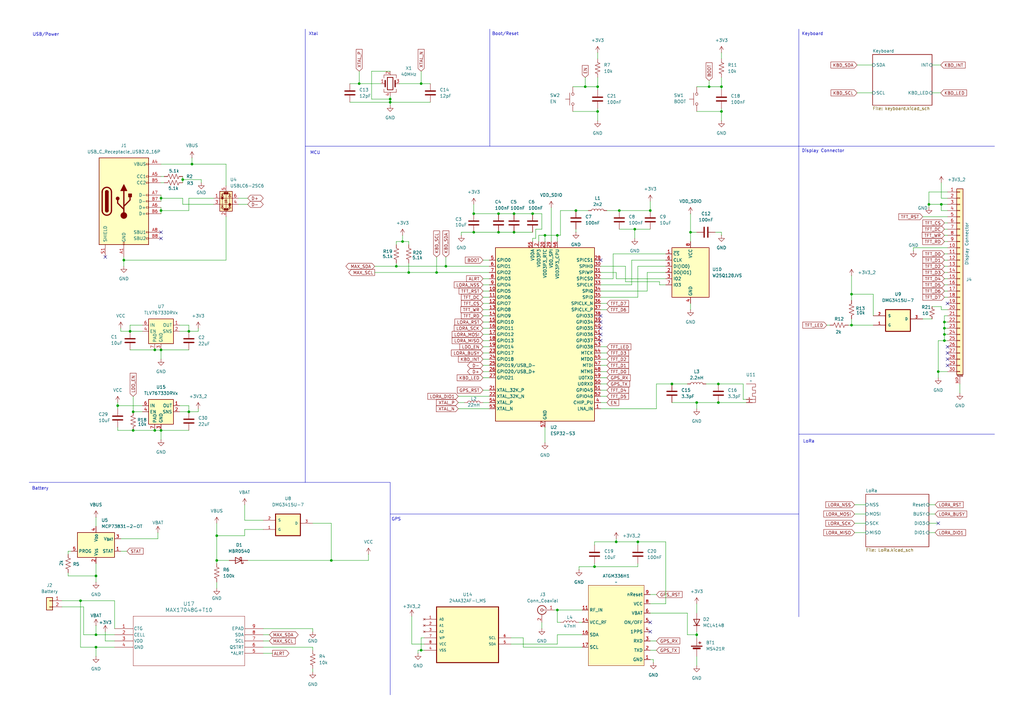
<source format=kicad_sch>
(kicad_sch (version 20231120) (generator "eeschema") (generator_version "8.0")
  (paper "A3")
  (junction (at 147.32 34.29))
  (junction (at 63.5 176.53))
  (junction (at 245.11 35.56))
  (junction (at 165.1 99.06))
  (junction (at 204.47 87.63))
  (junction (at 283.21 95.25))
  (junction (at 66.04 86.36))
  (junction (at 135.89 229.87))
  (junction (at 39.37 236.22))
  (junction (at 50.8 106.68))
  (junction (at 252.73 222.25))
  (junction (at 162.56 109.22))
  (junction (at 290.83 35.56))
  (junction (at 160.02 40.64))
  (junction (at 54.61 168.91))
  (junction (at 245.11 45.72))
  (junction (at 228.6 96.52))
  (junction (at 295.91 35.56))
  (junction (at 295.91 45.72))
  (junction (at 294.64 157.48))
  (junction (at 218.44 87.63))
  (junction (at 204.47 95.25))
  (junction (at 387.35 137.16))
  (junction (at 39.37 260.35))
  (junction (at 66.04 81.28))
  (junction (at 77.47 135.89))
  (junction (at 387.35 132.08))
  (junction (at 66.04 143.51))
  (junction (at 33.02 246.38))
  (junction (at 349.25 133.35))
  (junction (at 294.64 165.1))
  (junction (at 236.22 86.36))
  (junction (at 179.07 111.76))
  (junction (at 77.47 168.91))
  (junction (at 275.59 157.48))
  (junction (at 74.93 73.66))
  (junction (at 167.64 111.76))
  (junction (at 66.04 176.53))
  (junction (at 53.34 135.89))
  (junction (at 63.5 143.51))
  (junction (at 381 83.82))
  (junction (at 210.82 87.63))
  (junction (at 48.26 166.37))
  (junction (at 384.81 152.4))
  (junction (at 285.75 260.35))
  (junction (at 223.52 96.52))
  (junction (at 254 86.36))
  (junction (at 172.72 266.7))
  (junction (at 285.75 165.1))
  (junction (at 260.35 93.98))
  (junction (at 228.6 250.19))
  (junction (at 266.7 86.36))
  (junction (at 182.88 109.22))
  (junction (at 194.31 87.63))
  (junction (at 78.74 67.31))
  (junction (at 387.35 139.7))
  (junction (at 88.9 229.87))
  (junction (at 88.9 219.71))
  (junction (at 386.08 83.82))
  (junction (at 261.62 222.25))
  (junction (at 240.03 35.56))
  (junction (at 387.35 134.62))
  (junction (at 194.31 95.25))
  (junction (at 349.25 120.65))
  (junction (at 243.84 232.41))
  (junction (at 39.37 265.43))
  (junction (at 54.61 176.53))
  (junction (at 210.82 95.25))
  (junction (at 172.72 34.29))
  (junction (at 160.02 41.91))
  (no_connect (at 246.38 132.08))
  (no_connect (at 388.62 144.78))
  (no_connect (at 388.62 124.46))
  (no_connect (at 246.38 106.68))
  (no_connect (at 388.62 142.24))
  (no_connect (at 266.7 255.27))
  (no_connect (at 384.81 214.63))
  (no_connect (at 246.38 129.54))
  (no_connect (at 246.38 139.7))
  (no_connect (at 246.38 134.62))
  (no_connect (at 66.04 95.25))
  (no_connect (at 266.7 259.08))
  (no_connect (at 388.62 147.32))
  (no_connect (at 66.04 97.79))
  (no_connect (at 388.62 149.86))
  (no_connect (at 246.38 137.16))
  (no_connect (at 43.18 105.41))
  (wire (pts (xy 77.47 133.35) (xy 73.66 133.35)))
  (wire (pts (xy 39.37 265.43) (xy 39.37 269.24)))
  (wire (pts (xy 248.92 124.46) (xy 246.38 124.46)))
  (wire (pts (xy 273.05 114.3) (xy 252.73 114.3)))
  (wire (pts (xy 194.31 95.25) (xy 204.47 95.25)))
  (wire (pts (xy 198.12 160.02) (xy 200.66 160.02)))
  (wire (pts (xy 97.79 81.28) (xy 101.6 81.28)))
  (wire (pts (xy 223.52 96.52) (xy 223.52 99.06)))
  (wire (pts (xy 171.45 267.97) (xy 171.45 266.7)))
  (polyline (pts (xy 11.938 197.866) (xy 160.02 197.866)))
  (wire (pts (xy 229.87 86.36) (xy 236.22 86.36)))
  (wire (pts (xy 39.37 260.35) (xy 46.99 260.35)))
  (wire (pts (xy 269.24 157.48) (xy 275.59 157.48)))
  (wire (pts (xy 246.38 167.64) (xy 269.24 167.64)))
  (wire (pts (xy 77.47 168.91) (xy 81.28 168.91)))
  (wire (pts (xy 198.12 119.38) (xy 200.66 119.38)))
  (wire (pts (xy 228.6 260.35) (xy 238.76 260.35)))
  (wire (pts (xy 387.35 137.16) (xy 388.62 137.16)))
  (wire (pts (xy 386.08 83.82) (xy 388.62 83.82)))
  (wire (pts (xy 168.91 252.73) (xy 168.91 264.16)))
  (wire (pts (xy 66.04 86.36) (xy 66.04 87.63)))
  (polyline (pts (xy 160.02 210.82) (xy 160.02 284.988)))
  (wire (pts (xy 240.03 35.56) (xy 245.11 35.56)))
  (wire (pts (xy 290.83 33.02) (xy 290.83 35.56)))
  (wire (pts (xy 107.95 265.43) (xy 128.27 265.43)))
  (wire (pts (xy 39.37 236.22) (xy 39.37 238.76)))
  (wire (pts (xy 237.49 255.27) (xy 238.76 255.27)))
  (wire (pts (xy 349.25 120.65) (xy 349.25 123.19)))
  (wire (pts (xy 39.37 256.54) (xy 39.37 260.35)))
  (wire (pts (xy 218.44 87.63) (xy 222.25 87.63)))
  (wire (pts (xy 387.35 111.76) (xy 388.62 111.76)))
  (wire (pts (xy 246.38 109.22) (xy 256.54 109.22)))
  (wire (pts (xy 267.97 270.51) (xy 267.97 271.78)))
  (wire (pts (xy 387.35 119.38) (xy 388.62 119.38)))
  (wire (pts (xy 162.56 99.06) (xy 165.1 99.06)))
  (wire (pts (xy 198.12 132.08) (xy 200.66 132.08)))
  (wire (pts (xy 77.47 168.91) (xy 77.47 166.37)))
  (wire (pts (xy 82.55 74.93) (xy 82.55 73.66)))
  (wire (pts (xy 387.35 96.52) (xy 388.62 96.52)))
  (wire (pts (xy 248.92 144.78) (xy 246.38 144.78)))
  (wire (pts (xy 198.12 124.46) (xy 200.66 124.46)))
  (wire (pts (xy 27.94 226.06) (xy 27.94 227.33)))
  (wire (pts (xy 77.47 135.89) (xy 77.47 133.35)))
  (wire (pts (xy 66.04 176.53) (xy 77.47 176.53)))
  (wire (pts (xy 374.65 101.6) (xy 388.62 101.6)))
  (wire (pts (xy 285.75 260.35) (xy 281.94 260.35)))
  (wire (pts (xy 285.75 269.24) (xy 285.75 273.05)))
  (wire (pts (xy 198.12 149.86) (xy 200.66 149.86)))
  (wire (pts (xy 54.61 162.56) (xy 54.61 168.91)))
  (wire (pts (xy 198.12 129.54) (xy 200.66 129.54)))
  (wire (pts (xy 295.91 45.72) (xy 295.91 49.53)))
  (wire (pts (xy 283.21 124.46) (xy 283.21 127)))
  (wire (pts (xy 101.6 229.87) (xy 135.89 229.87)))
  (wire (pts (xy 152.4 29.21) (xy 152.4 40.64)))
  (wire (pts (xy 283.21 87.63) (xy 283.21 95.25)))
  (wire (pts (xy 78.74 64.77) (xy 78.74 67.31)))
  (wire (pts (xy 261.62 121.92) (xy 246.38 121.92)))
  (wire (pts (xy 176.53 34.29) (xy 172.72 34.29)))
  (wire (pts (xy 66.04 80.01) (xy 66.04 81.28)))
  (wire (pts (xy 162.56 109.22) (xy 182.88 109.22)))
  (wire (pts (xy 381 214.63) (xy 384.81 214.63)))
  (wire (pts (xy 153.67 109.22) (xy 162.56 109.22)))
  (wire (pts (xy 46.99 257.81) (xy 46.99 246.38)))
  (wire (pts (xy 152.4 40.64) (xy 160.02 40.64)))
  (wire (pts (xy 387.35 104.14) (xy 388.62 104.14)))
  (wire (pts (xy 388.62 129.54) (xy 387.35 129.54)))
  (wire (pts (xy 49.53 135.89) (xy 53.34 135.89)))
  (wire (pts (xy 54.61 168.91) (xy 58.42 168.91)))
  (wire (pts (xy 198.12 127) (xy 200.66 127)))
  (wire (pts (xy 147.32 29.21) (xy 147.32 34.29)))
  (wire (pts (xy 92.71 67.31) (xy 92.71 76.2)))
  (wire (pts (xy 218.44 99.06) (xy 218.44 97.79)))
  (wire (pts (xy 179.07 105.41) (xy 179.07 111.76)))
  (wire (pts (xy 386.08 125.73) (xy 386.08 127)))
  (wire (pts (xy 198.12 116.84) (xy 200.66 116.84)))
  (wire (pts (xy 143.51 34.29) (xy 147.32 34.29)))
  (wire (pts (xy 387.35 91.44) (xy 388.62 91.44)))
  (wire (pts (xy 198.12 154.94) (xy 200.66 154.94)))
  (wire (pts (xy 110.49 260.35) (xy 107.95 260.35)))
  (wire (pts (xy 198.12 114.3) (xy 200.66 114.3)))
  (wire (pts (xy 236.22 93.98) (xy 236.22 95.25)))
  (wire (pts (xy 252.73 111.76) (xy 246.38 111.76)))
  (wire (pts (xy 128.27 257.81) (xy 128.27 259.08)))
  (wire (pts (xy 273.05 111.76) (xy 265.43 111.76)))
  (wire (pts (xy 248.92 157.48) (xy 246.38 157.48)))
  (wire (pts (xy 248.92 162.56) (xy 246.38 162.56)))
  (wire (pts (xy 220.98 99.06) (xy 220.98 96.52)))
  (wire (pts (xy 387.35 129.54) (xy 387.35 132.08)))
  (wire (pts (xy 39.37 231.14) (xy 39.37 236.22)))
  (polyline (pts (xy 327.66 11.938) (xy 327.66 59.944)))
  (wire (pts (xy 295.91 21.59) (xy 295.91 24.13)))
  (wire (pts (xy 88.9 229.87) (xy 88.9 231.14)))
  (wire (pts (xy 66.04 81.28) (xy 66.04 82.55)))
  (wire (pts (xy 88.9 219.71) (xy 100.33 219.71)))
  (wire (pts (xy 27.94 226.06) (xy 29.21 226.06)))
  (polyline (pts (xy 327.66 178.054) (xy 327.66 252.984)))
  (wire (pts (xy 351.536 26.67) (xy 357.886 26.67)))
  (wire (pts (xy 387.35 114.3) (xy 388.62 114.3)))
  (wire (pts (xy 388.62 78.74) (xy 381 78.74)))
  (wire (pts (xy 218.44 87.63) (xy 210.82 87.63)))
  (wire (pts (xy 350.52 214.63) (xy 355.092 214.63)))
  (wire (pts (xy 381 210.82) (xy 383.54 210.82)))
  (wire (pts (xy 248.92 152.4) (xy 246.38 152.4)))
  (wire (pts (xy 283.21 95.25) (xy 285.75 95.25)))
  (wire (pts (xy 100.33 217.17) (xy 107.95 217.17)))
  (wire (pts (xy 243.84 232.41) (xy 261.62 232.41)))
  (wire (pts (xy 66.04 74.93) (xy 67.31 74.93)))
  (wire (pts (xy 273.05 222.25) (xy 261.62 222.25)))
  (wire (pts (xy 165.1 99.06) (xy 167.64 99.06)))
  (wire (pts (xy 43.18 259.08) (xy 43.18 262.89)))
  (wire (pts (xy 266.7 82.55) (xy 266.7 86.36)))
  (wire (pts (xy 49.53 226.06) (xy 52.07 226.06)))
  (wire (pts (xy 162.56 107.95) (xy 162.56 109.22)))
  (wire (pts (xy 160.02 29.21) (xy 152.4 29.21)))
  (wire (pts (xy 254 86.36) (xy 266.7 86.36)))
  (wire (pts (xy 151.13 227.33) (xy 151.13 229.87)))
  (wire (pts (xy 66.04 85.09) (xy 66.04 86.36)))
  (wire (pts (xy 97.79 83.82) (xy 101.6 83.82)))
  (wire (pts (xy 198.12 144.78) (xy 200.66 144.78)))
  (wire (pts (xy 248.92 160.02) (xy 246.38 160.02)))
  (wire (pts (xy 82.55 73.66) (xy 74.93 73.66)))
  (wire (pts (xy 182.88 109.22) (xy 200.66 109.22)))
  (wire (pts (xy 381 218.44) (xy 383.54 218.44)))
  (wire (pts (xy 198.12 137.16) (xy 200.66 137.16)))
  (wire (pts (xy 270.51 116.84) (xy 273.05 116.84)))
  (wire (pts (xy 386.08 83.82) (xy 386.08 86.36)))
  (polyline (pts (xy 160.02 210.82) (xy 160.02 197.866)))
  (wire (pts (xy 240.03 31.75) (xy 240.03 35.56)))
  (wire (pts (xy 265.43 119.38) (xy 246.38 119.38)))
  (wire (pts (xy 237.49 232.41) (xy 243.84 232.41)))
  (wire (pts (xy 295.91 35.56) (xy 295.91 36.83)))
  (wire (pts (xy 81.28 135.89) (xy 81.28 134.62)))
  (wire (pts (xy 223.52 175.26) (xy 223.52 181.61)))
  (wire (pts (xy 74.93 81.28) (xy 74.93 83.82)))
  (wire (pts (xy 198.12 106.68) (xy 200.66 106.68)))
  (wire (pts (xy 265.43 111.76) (xy 265.43 119.38)))
  (wire (pts (xy 73.66 135.89) (xy 77.47 135.89)))
  (wire (pts (xy 33.02 246.38) (xy 25.4 246.38)))
  (wire (pts (xy 198.12 121.92) (xy 200.66 121.92)))
  (wire (pts (xy 245.11 21.59) (xy 245.11 24.13)))
  (wire (pts (xy 358.14 120.65) (xy 358.14 129.54)))
  (polyline (pts (xy 200.914 59.944) (xy 200.914 11.938)))
  (wire (pts (xy 198.12 142.24) (xy 200.66 142.24)))
  (wire (pts (xy 243.84 232.41) (xy 243.84 231.14)))
  (wire (pts (xy 107.95 262.89) (xy 110.49 262.89)))
  (wire (pts (xy 46.99 265.43) (xy 39.37 265.43)))
  (wire (pts (xy 135.89 214.63) (xy 135.89 229.87)))
  (wire (pts (xy 39.37 212.09) (xy 39.37 215.9)))
  (polyline (pts (xy 125.222 59.944) (xy 125.222 197.866)))
  (wire (pts (xy 219.71 97.79) (xy 219.71 93.98)))
  (wire (pts (xy 350.52 218.44) (xy 355.092 218.44)))
  (wire (pts (xy 74.93 83.82) (xy 87.63 83.82)))
  (wire (pts (xy 304.8 163.83) (xy 304.8 157.48)))
  (wire (pts (xy 163.83 34.29) (xy 172.72 34.29)))
  (wire (pts (xy 222.25 93.98) (xy 222.25 87.63)))
  (wire (pts (xy 384.81 154.94) (xy 384.81 152.4)))
  (wire (pts (xy 248.92 154.94) (xy 246.38 154.94)))
  (wire (pts (xy 198.12 134.62) (xy 200.66 134.62)))
  (wire (pts (xy 374.65 102.87) (xy 374.65 101.6)))
  (wire (pts (xy 167.64 99.06) (xy 167.64 100.33)))
  (wire (pts (xy 66.04 86.36) (xy 77.47 86.36)))
  (wire (pts (xy 78.74 67.31) (xy 92.71 67.31)))
  (wire (pts (xy 66.04 143.51) (xy 66.04 147.32)))
  (wire (pts (xy 381 83.82) (xy 386.08 83.82)))
  (polyline (pts (xy 125.222 11.938) (xy 125.222 59.944)))
  (wire (pts (xy 273.05 109.22) (xy 261.62 109.22)))
  (wire (pts (xy 289.56 157.48) (xy 294.64 157.48)))
  (wire (pts (xy 66.04 67.31) (xy 78.74 67.31)))
  (wire (pts (xy 53.34 133.35) (xy 58.42 133.35)))
  (wire (pts (xy 48.26 176.53) (xy 48.26 175.26)))
  (wire (pts (xy 387.35 106.68) (xy 388.62 106.68)))
  (wire (pts (xy 261.62 222.25) (xy 261.62 223.52)))
  (wire (pts (xy 290.83 35.56) (xy 295.91 35.56)))
  (wire (pts (xy 358.14 120.65) (xy 349.25 120.65)))
  (wire (pts (xy 228.6 96.52) (xy 229.87 96.52)))
  (wire (pts (xy 388.62 81.28) (xy 386.08 81.28)))
  (wire (pts (xy 218.44 97.79) (xy 219.71 97.79)))
  (wire (pts (xy 66.04 176.53) (xy 66.04 180.34)))
  (wire (pts (xy 73.66 168.91) (xy 77.47 168.91)))
  (wire (pts (xy 273.05 247.65) (xy 273.05 222.25)))
  (wire (pts (xy 251.46 114.3) (xy 251.46 104.14)))
  (wire (pts (xy 25.4 248.92) (xy 34.29 248.92)))
  (wire (pts (xy 248.92 147.32) (xy 246.38 147.32)))
  (wire (pts (xy 387.35 121.92) (xy 388.62 121.92)))
  (polyline (pts (xy 327.66 210.82) (xy 160.02 210.82)))
  (wire (pts (xy 246.38 165.1) (xy 248.92 165.1)))
  (wire (pts (xy 285.75 165.1) (xy 294.64 165.1)))
  (wire (pts (xy 165.1 96.52) (xy 165.1 99.06)))
  (wire (pts (xy 269.24 157.48) (xy 269.24 167.64)))
  (wire (pts (xy 384.81 152.4) (xy 388.62 152.4)))
  (wire (pts (xy 66.04 143.51) (xy 77.47 143.51)))
  (polyline (pts (xy 327.66 59.944) (xy 327.66 178.054)))
  (polyline (pts (xy 327.66 178.054) (xy 407.924 178.054)))
  (wire (pts (xy 387.35 99.06) (xy 388.62 99.06)))
  (wire (pts (xy 107.95 213.36) (xy 100.33 213.36)))
  (wire (pts (xy 27.94 236.22) (xy 27.94 234.95)))
  (wire (pts (xy 111.76 267.97) (xy 107.95 267.97)))
  (wire (pts (xy 167.64 107.95) (xy 167.64 111.76)))
  (wire (pts (xy 222.25 255.27) (xy 222.25 257.81)))
  (wire (pts (xy 172.72 29.21) (xy 172.72 34.29)))
  (wire (pts (xy 378.46 88.9) (xy 388.62 88.9)))
  (wire (pts (xy 252.73 222.25) (xy 252.73 220.98)))
  (wire (pts (xy 236.22 86.36) (xy 241.3 86.36)))
  (wire (pts (xy 382.27 26.67) (xy 385.826 26.67)))
  (wire (pts (xy 167.64 111.76) (xy 179.07 111.76)))
  (wire (pts (xy 382.27 38.1) (xy 385.826 38.1)))
  (wire (pts (xy 107.95 257.81) (xy 128.27 257.81)))
  (wire (pts (xy 387.35 134.62) (xy 388.62 134.62)))
  (wire (pts (xy 223.52 96.52) (xy 228.6 96.52)))
  (wire (pts (xy 160.02 41.91) (xy 176.53 41.91)))
  (wire (pts (xy 179.07 111.76) (xy 200.66 111.76)))
  (wire (pts (xy 252.73 114.3) (xy 252.73 111.76)))
  (wire (pts (xy 381 83.82) (xy 381 85.09)))
  (wire (pts (xy 245.11 35.56) (xy 245.11 36.83)))
  (wire (pts (xy 153.67 111.76) (xy 167.64 111.76)))
  (wire (pts (xy 386.08 81.28) (xy 386.08 74.93)))
  (wire (pts (xy 270.51 115.57) (xy 270.51 116.84)))
  (wire (pts (xy 252.73 222.25) (xy 261.62 222.25)))
  (wire (pts (xy 171.45 266.7) (xy 172.72 266.7)))
  (wire (pts (xy 187.96 162.56) (xy 200.66 162.56)))
  (wire (pts (xy 350.52 207.01) (xy 355.092 207.01)))
  (wire (pts (xy 261.62 232.41) (xy 261.62 231.14)))
  (wire (pts (xy 53.34 135.89) (xy 58.42 135.89)))
  (wire (pts (xy 259.08 116.84) (xy 246.38 116.84)))
  (wire (pts (xy 281.94 251.46) (xy 266.7 251.46)))
  (wire (pts (xy 34.29 260.35) (xy 39.37 260.35)))
  (wire (pts (xy 387.35 93.98) (xy 388.62 93.98)))
  (wire (pts (xy 285.75 260.35) (xy 285.75 261.62)))
  (wire (pts (xy 198.12 165.1) (xy 200.66 165.1)))
  (wire (pts (xy 248.92 149.86) (xy 246.38 149.86)))
  (wire (pts (xy 49.53 134.62) (xy 49.53 135.89)))
  (wire (pts (xy 43.18 262.89) (xy 46.99 262.89)))
  (wire (pts (xy 210.82 95.25) (xy 218.44 95.25)))
  (wire (pts (xy 387.35 132.08) (xy 387.35 134.62)))
  (polyline (pts (xy 327.66 59.944) (xy 200.914 59.944)))
  (wire (pts (xy 160.02 41.91) (xy 160.02 43.18)))
  (wire (pts (xy 254 93.98) (xy 260.35 93.98)))
  (wire (pts (xy 53.34 135.89) (xy 53.34 133.35)))
  (wire (pts (xy 162.56 99.06) (xy 162.56 100.33)))
  (wire (pts (xy 349.25 113.03) (xy 349.25 120.65)))
  (wire (pts (xy 382.27 130.81) (xy 378.46 130.81)))
  (wire (pts (xy 261.62 109.22) (xy 261.62 121.92)))
  (wire (pts (xy 246.38 142.24) (xy 248.92 142.24)))
  (wire (pts (xy 88.9 214.63) (xy 88.9 219.71)))
  (wire (pts (xy 214.63 261.62) (xy 209.55 261.62)))
  (wire (pts (xy 88.9 229.87) (xy 93.98 229.87)))
  (wire (pts (xy 66.04 72.39) (xy 67.31 72.39)))
  (wire (pts (xy 198.12 147.32) (xy 200.66 147.32)))
  (wire (pts (xy 210.82 87.63) (xy 204.47 87.63)))
  (wire (pts (xy 48.26 176.53) (xy 54.61 176.53)))
  (wire (pts (xy 54.61 176.53) (xy 63.5 176.53)))
  (wire (pts (xy 74.93 72.39) (xy 74.93 73.66)))
  (wire (pts (xy 92.71 88.9) (xy 92.71 106.68)))
  (wire (pts (xy 48.26 167.64) (xy 48.26 166.37)))
  (wire (pts (xy 388.62 132.08) (xy 387.35 132.08)))
  (wire (pts (xy 295.91 95.25) (xy 295.91 96.52)))
  (wire (pts (xy 128.27 214.63) (xy 135.89 214.63)))
  (wire (pts (xy 147.32 34.29) (xy 156.21 34.29)))
  (wire (pts (xy 77.47 81.28) (xy 77.47 86.36)))
  (wire (pts (xy 214.63 265.43) (xy 214.63 261.62)))
  (wire (pts (xy 349.25 130.81) (xy 349.25 133.35)))
  (wire (pts (xy 228.6 96.52) (xy 228.6 99.06)))
  (wire (pts (xy 128.27 274.32) (xy 128.27 275.59)))
  (wire (pts (xy 266.7 266.7) (xy 269.24 266.7)))
  (wire (pts (xy 281.94 260.35) (xy 281.94 251.46)))
  (wire (pts (xy 382.27 125.73) (xy 386.08 125.73)))
  (wire (pts (xy 260.35 93.98) (xy 266.7 93.98)))
  (wire (pts (xy 266.7 262.89) (xy 269.24 262.89)))
  (wire (pts (xy 187.96 167.64) (xy 200.66 167.64)))
  (wire (pts (xy 227.33 250.19) (xy 228.6 250.19)))
  (wire (pts (xy 275.59 157.48) (xy 281.94 157.48)))
  (wire (pts (xy 63.5 143.51) (xy 66.04 143.51)))
  (wire (pts (xy 172.72 261.62) (xy 173.99 261.62)))
  (wire (pts (xy 251.46 104.14) (xy 273.05 104.14)))
  (wire (pts (xy 238.76 265.43) (xy 214.63 265.43)))
  (wire (pts (xy 293.37 95.25) (xy 295.91 95.25)))
  (wire (pts (xy 33.02 265.43) (xy 33.02 246.38)))
  (wire (pts (xy 256.54 115.57) (xy 270.51 115.57)))
  (wire (pts (xy 387.35 134.62) (xy 387.35 137.16)))
  (wire (pts (xy 81.28 168.91) (xy 81.28 167.64)))
  (wire (pts (xy 283.21 95.25) (xy 283.21 99.06)))
  (wire (pts (xy 285.75 247.65) (xy 285.75 251.46)))
  (wire (pts (xy 251.46 114.3) (xy 246.38 114.3)))
  (wire (pts (xy 285.75 259.08) (xy 285.75 260.35)))
  (wire (pts (xy 220.98 96.52) (xy 223.52 96.52)))
  (wire (pts (xy 172.72 266.7) (xy 173.99 266.7)))
  (wire (pts (xy 386.08 127) (xy 388.62 127)))
  (wire (pts (xy 187.96 165.1) (xy 190.5 165.1)))
  (wire (pts (xy 27.94 236.22) (xy 39.37 236.22)))
  (wire (pts (xy 228.6 250.19) (xy 228.6 255.27)))
  (wire (pts (xy 256.54 109.22) (xy 256.54 115.57)))
  (wire (pts (xy 243.84 222.25) (xy 243.84 223.52)))
  (wire (pts (xy 384.81 139.7) (xy 387.35 139.7)))
  (wire (pts (xy 229.87 96.52) (xy 229.87 86.36)))
  (wire (pts (xy 53.34 143.51) (xy 63.5 143.51)))
  (wire (pts (xy 143.51 41.91) (xy 160.02 41.91)))
  (wire (pts (xy 168.91 264.16) (xy 173.99 264.16)))
  (wire (pts (xy 285.75 45.72) (xy 295.91 45.72)))
  (wire (pts (xy 172.72 266.7) (xy 172.72 261.62)))
  (wire (pts (xy 50.8 106.68) (xy 50.8 105.41)))
  (wire (pts (xy 92.71 106.68) (xy 50.8 106.68)))
  (wire (pts (xy 248.92 86.36) (xy 254 86.36)))
  (wire (pts (xy 259.08 106.68) (xy 259.08 116.84)))
  (wire (pts (xy 160.02 40.64) (xy 160.02 41.91)))
  (wire (pts (xy 194.31 87.63) (xy 204.47 87.63)))
  (polyline (pts (xy 200.914 59.944) (xy 125.222 59.944)))
  (wire (pts (xy 381 207.01) (xy 383.54 207.01)))
  (wire (pts (xy 260.35 93.98) (xy 260.35 97.79)))
  (wire (pts (xy 245.11 45.72) (xy 245.11 49.53)))
  (wire (pts (xy 266.7 247.65) (xy 273.05 247.65)))
  (wire (pts (xy 228.6 250.19) (xy 238.76 250.19)))
  (wire (pts (xy 350.52 210.82) (xy 355.092 210.82)))
  (wire (pts (xy 381 78.74) (xy 381 83.82)))
  (wire (pts (xy 228.6 255.27) (xy 229.87 255.27)))
  (wire (pts (xy 77.47 81.28) (xy 87.63 81.28)))
  (wire (pts (xy 234.95 35.56) (xy 240.03 35.56)))
  (wire (pts (xy 393.7 157.48) (xy 393.7 161.29)))
  (wire (pts (xy 74.93 73.66) (xy 74.93 74.93)))
  (wire (pts (xy 48.26 165.1) (xy 48.26 166.37)))
  (wire (pts (xy 245.11 31.75) (xy 245.11 35.56)))
  (wire (pts (xy 245.11 45.72) (xy 245.11 44.45)))
  (wire (pts (xy 189.23 96.52) (xy 189.23 95.25)))
  (wire (pts (xy 237.49 232.41) (xy 237.49 233.68)))
  (polyline (pts (xy 407.924 59.944) (xy 327.66 59.944)))
  (wire (pts (xy 46.99 246.38) (xy 33.02 246.38)))
  (wire (pts (xy 204.47 95.25) (xy 210.82 95.25)))
  (wire (pts (xy 194.31 83.82) (xy 194.31 87.63)))
  (wire (pts (xy 100.33 213.36) (xy 100.33 207.01)))
  (wire (pts (xy 304.8 157.48) (xy 294.64 157.48)))
  (wire (pts (xy 266.7 270.51) (xy 267.97 270.51)))
  (wire (pts (xy 285.75 35.56) (xy 290.83 35.56)))
  (wire (pts (xy 306.07 163.83) (xy 304.8 163.83)))
  (wire (pts (xy 384.81 152.4) (xy 384.81 139.7)))
  (wire (pts (xy 50.8 106.68) (xy 50.8 109.22)))
  (wire (pts (xy 386.08 86.36) (xy 388.62 86.36)))
  (wire (pts (xy 248.92 127) (xy 246.38 127)))
  (wire (pts (xy 295.91 31.75) (xy 295.91 35.56)))
  (wire (pts (xy 48.26 166.37) (xy 58.42 166.37)))
  (wire (pts (xy 100.33 219.71) (xy 100.33 217.17)))
  (wire (pts (xy 234.95 45.72) (xy 245.11 45.72)))
  (wire (pts (xy 160.02 39.37) (xy 160.02 40.64)))
  (wire (pts (xy 66.04 81.28) (xy 74.93 81.28)))
  (wire (pts (xy 294.64 165.1) (xy 306.07 165.1)))
  (wire (pts (xy 77.47 135.89) (xy 81.28 135.89)))
  (wire (pts (xy 189.23 95.25) (xy 194.31 95.25)))
  (wire (pts (xy 285.75 165.1) (xy 275.59 165.1)))
  (wire (pts (xy 387.35 109.22) (xy 388.62 109.22)))
  (wire (pts (xy 88.9 238.76) (xy 88.9 241.3)))
  (wire (pts (xy 273.05 106.68) (xy 259.08 106.68)))
  (wire (pts (xy 135.89 229.87) (xy 151.13 229.87)))
  (wire (pts (xy 266.7 243.84) (xy 269.24 243.84)))
  (wire (pts (xy 64.77 220.98) (xy 64.77 218.44)))
  (wire (pts (xy 295.91 45.72) (xy 295.91 44.45)))
  (wire (pts (xy 252.73 222.25) (xy 243.84 222.25)))
  (wire (pts (xy 339.09 133.35) (xy 340.36 133.35)))
  (wire (pts (xy 198.12 152.4) (xy 200.66 152.4)))
  (wire (pts (xy 198.12 139.7) (xy 200.66 139.7)))
  (wire (pts (xy 349.25 133.35) (xy 347.98 133.35)))
  (wire (pts (xy 219.71 93.98) (xy 222.25 93.98)))
  (wire (pts (xy 39.37 265.43) (xy 33.02 265.43)))
  (wire (pts (xy 77.47 166.37) (xy 73.66 166.37)))
  (wire (pts (xy 209.55 264.16) (xy 228.6 264.16)))
  (wire (pts (xy 387.35 137.16) (xy 387.35 139.7)))
  (wire (pts (xy 285.75 167.64) (xy 285.75 165.1)))
  (wire (pts (xy 349.25 133.35) (xy 358.14 133.35)))
  (wire (pts (xy 387.35 139.7) (xy 388.62 139.7)))
  (wire (pts (xy 34.29 248.92) (xy 34.29 260.35)))
  (wire (pts (xy 226.06 85.09) (xy 226.06 99.06)))
  (wire (pts (xy 182.88 105.41) (xy 182.88 109.22)))
  (wire (pts (xy 88.9 219.71) (xy 88.9 229.87)))
  (wire (pts (xy 228.6 264.16) (xy 228.6 260.35)))
  (wire (pts (xy 128.27 265.43) (xy 128.27 266.7)))
  (wire (pts (xy 49.53 220.98) (xy 64.77 220.98)))
  (wire (pts (xy 387.35 116.84) (xy 388.62 116.84)))
  (wire (pts (xy 351.536 38.1) (xy 357.886 38.1)))
  (wire (pts (xy 63.5 176.53) (xy 66.04 176.53)))
  (text "Display Connector" (at 337.566 61.976 0) (effects (font (size 1.27 1.27))))
  (text "MCU" (at 129.286 62.738 0) (effects (font (size 1.27 1.27))))
  (text "USB/Power" (at 18.796 14.224 0) (effects (font (size 1.27 1.27))))
  (text "LoRa\n" (at 331.724 181.102 0) (effects (font (size 1.27 1.27))))
  (text "Battery" (at 16.51 200.406 0) (effects (font (size 1.27 1.27))))
  (text "Xtal" (at 128.524 13.97 0) (effects (font (size 1.27 1.27))))
  (text "Boot/Reset" (at 207.264 13.97 0) (effects (font (size 1.27 1.27))))
  (text "GPS" (at 162.4963 213.045 0) (effects (font (size 1.27 1.27))))
  (text "Keyboard" (at 333.248 13.97 0) (effects (font (size 1.27 1.27))))
  (global_label "TFT_D0" (shape input) (at 387.35 104.14 180) (property "Intersheetrefs" "${INTERSHEET_REFS}" (effects (hide yes))))
  (global_label "TFT_LED" (shape input) (at 339.09 133.35 180) (property "Intersheetrefs" "${INTERSHEET_REFS}" (effects (hide yes))))
  (global_label "LORA_BUSY" (shape input) (at 198.12 144.78 180) (property "Intersheetrefs" "${INTERSHEET_REFS}" (effects (hide yes))))
  (global_label "LORA_NSS" (shape input) (at 198.12 116.84 180) (property "Intersheetrefs" "${INTERSHEET_REFS}" (effects (hide yes))))
  (global_label "BOOT" (shape input) (at 198.12 106.68 180) (property "Intersheetrefs" "${INTERSHEET_REFS}" (effects (hide yes))))
  (global_label "TFT_WR" (shape input) (at 198.12 127 180) (property "Intersheetrefs" "${INTERSHEET_REFS}" (effects (hide yes))))
  (global_label "TFT_D5" (shape input) (at 248.92 162.56 0) (property "Intersheetrefs" "${INTERSHEET_REFS}" (effects (hide yes))))
  (global_label "LORA_DIO1" (shape input) (at 383.54 218.44 0) (property "Intersheetrefs" "${INTERSHEET_REFS}" (effects (hide yes))))
  (global_label "XTAL_P" (shape input) (at 187.96 165.1 180) (property "Intersheetrefs" "${INTERSHEET_REFS}" (effects (hide yes))))
  (global_label "TFT_CS" (shape input) (at 198.12 124.46 180) (property "Intersheetrefs" "${INTERSHEET_REFS}" (effects (hide yes))))
  (global_label "KBD_SDA" (shape input) (at 182.88 105.41 90) (property "Intersheetrefs" "${INTERSHEET_REFS}" (effects (hide yes))))
  (global_label "ALRT" (shape input) (at 198.12 114.3 180) (property "Intersheetrefs" "${INTERSHEET_REFS}" (effects (hide yes))))
  (global_label "TFT_D3" (shape input) (at 248.92 144.78 0) (property "Intersheetrefs" "${INTERSHEET_REFS}" (effects (hide yes))))
  (global_label "TFT_D3" (shape input) (at 387.35 111.76 180) (property "Intersheetrefs" "${INTERSHEET_REFS}" (effects (hide yes))))
  (global_label "TFT_D4" (shape input) (at 387.35 114.3 180) (property "Intersheetrefs" "${INTERSHEET_REFS}" (effects (hide yes))))
  (global_label "TFT_D1" (shape input) (at 387.35 106.68 180) (property "Intersheetrefs" "${INTERSHEET_REFS}" (effects (hide yes))))
  (global_label "MAX_SCL" (shape input) (at 110.49 262.89 0) (property "Intersheetrefs" "${INTERSHEET_REFS}" (effects (hide yes))))
  (global_label "LORA_MOSI" (shape input) (at 350.52 210.82 180) (property "Intersheetrefs" "${INTERSHEET_REFS}" (effects (hide yes))))
  (global_label "EN" (shape input) (at 240.03 31.75 90) (property "Intersheetrefs" "${INTERSHEET_REFS}" (effects (hide yes))))
  (global_label "XTAL_P" (shape input) (at 147.32 29.21 90) (property "Intersheetrefs" "${INTERSHEET_REFS}" (effects (hide yes))))
  (global_label "KBD_SCL" (shape input) (at 351.536 38.1 180) (property "Intersheetrefs" "${INTERSHEET_REFS}" (effects (hide yes))))
  (global_label "GPS_TX" (shape input) (at 269.24 266.7 0) (property "Intersheetrefs" "${INTERSHEET_REFS}" (effects (hide yes))))
  (global_label "TFT_D0" (shape input) (at 248.92 152.4 0) (property "Intersheetrefs" "${INTERSHEET_REFS}" (effects (hide yes))))
  (global_label "KBD_SCL" (shape input) (at 179.07 105.41 90) (property "Intersheetrefs" "${INTERSHEET_REFS}" (effects (hide yes))))
  (global_label "TFT_RD" (shape input) (at 387.35 99.06 180) (property "Intersheetrefs" "${INTERSHEET_REFS}" (effects (hide yes))))
  (global_label "TFT_D5" (shape input) (at 387.35 116.84 180) (property "Intersheetrefs" "${INTERSHEET_REFS}" (effects (hide yes))))
  (global_label "GPS_RX" (shape input) (at 269.24 262.89 0) (property "Intersheetrefs" "${INTERSHEET_REFS}" (effects (hide yes))))
  (global_label "D+" (shape bidirectional) (at 198.12 152.4 180) (property "Intersheetrefs" "${INTERSHEET_REFS}" (effects (hide yes))))
  (global_label "LDO_EN" (shape input) (at 198.12 142.24 180) (property "Intersheetrefs" "${INTERSHEET_REFS}" (effects (hide yes))))
  (global_label "TFT_D6" (shape input) (at 387.35 119.38 180) (property "Intersheetrefs" "${INTERSHEET_REFS}" (effects (hide yes))))
  (global_label "LORA_RST" (shape input) (at 383.54 207.01 0) (property "Intersheetrefs" "${INTERSHEET_REFS}" (effects (hide yes))))
  (global_label "EN" (shape input) (at 248.92 165.1 0) (property "Intersheetrefs" "${INTERSHEET_REFS}" (effects (hide yes))))
  (global_label "TFT_D4" (shape input) (at 248.92 160.02 0) (property "Intersheetrefs" "${INTERSHEET_REFS}" (effects (hide yes))))
  (global_label "LORA_BUSY" (shape input) (at 383.54 210.82 0) (property "Intersheetrefs" "${INTERSHEET_REFS}" (effects (hide yes))))
  (global_label "TFT_RST" (shape input) (at 198.12 119.38 180) (property "Intersheetrefs" "${INTERSHEET_REFS}" (effects (hide yes))))
  (global_label "KBD_INT" (shape input) (at 385.826 26.67 0) (property "Intersheetrefs" "${INTERSHEET_REFS}" (effects (hide yes))))
  (global_label "GPS_RST" (shape input) (at 198.12 160.02 180) (property "Intersheetrefs" "${INTERSHEET_REFS}" (effects (hide yes))))
  (global_label "D-" (shape bidirectional) (at 101.6 83.82 0) (property "Intersheetrefs" "${INTERSHEET_REFS}" (effects (hide yes))))
  (global_label "TFT_D6" (shape input) (at 248.92 127 0) (property "Intersheetrefs" "${INTERSHEET_REFS}" (effects (hide yes))))
  (global_label "KBD_INT" (shape input) (at 198.12 147.32 180) (property "Intersheetrefs" "${INTERSHEET_REFS}" (effects (hide yes))))
  (global_label "TFT_D1" (shape input) (at 248.92 149.86 0) (property "Intersheetrefs" "${INTERSHEET_REFS}" (effects (hide yes))))
  (global_label "XTAL_N" (shape input) (at 172.72 29.21 90) (property "Intersheetrefs" "${INTERSHEET_REFS}" (effects (hide yes))))
  (global_label "LORA_MISO" (shape input) (at 350.52 218.44 180) (property "Intersheetrefs" "${INTERSHEET_REFS}" (effects (hide yes))))
  (global_label "TFT_LED" (shape input) (at 248.92 142.24 0) (property "Intersheetrefs" "${INTERSHEET_REFS}" (effects (hide yes))))
  (global_label "LORA_SCK" (shape input) (at 350.52 214.63 180) (property "Intersheetrefs" "${INTERSHEET_REFS}" (effects (hide yes))))
  (global_label "MAX_SDA" (shape bidirectional) (at 110.49 260.35 0) (property "Intersheetrefs" "${INTERSHEET_REFS}" (effects (hide yes))))
  (global_label "TFT_D2" (shape input) (at 387.35 109.22 180) (property "Intersheetrefs" "${INTERSHEET_REFS}" (effects (hide yes))))
  (global_label "TFT_D2" (shape input) (at 248.92 147.32 0) (property "Intersheetrefs" "${INTERSHEET_REFS}" (effects (hide yes))))
  (global_label "TFT_RD" (shape input) (at 198.12 129.54 180) (property "Intersheetrefs" "${INTERSHEET_REFS}" (effects (hide yes))))
  (global_label "KBD_LED" (shape input) (at 198.12 154.94 180) (property "Intersheetrefs" "${INTERSHEET_REFS}" (effects (hide yes))))
  (global_label "LORA_SCK" (shape input) (at 198.12 134.62 180) (property "Intersheetrefs" "${INTERSHEET_REFS}" (effects (hide yes))))
  (global_label "KBD_LED" (shape input) (at 385.826 38.1 0) (property "Intersheetrefs" "${INTERSHEET_REFS}" (effects (hide yes))))
  (global_label "TFT_DC" (shape input) (at 387.35 93.98 180) (property "Intersheetrefs" "${INTERSHEET_REFS}" (effects (hide yes))))
  (global_label "LORA_MOSI" (shape input) (at 198.12 137.16 180) (property "Intersheetrefs" "${INTERSHEET_REFS}" (effects (hide yes))))
  (global_label "KBD_SDA" (shape input) (at 351.536 26.67 180) (property "Intersheetrefs" "${INTERSHEET_REFS}" (effects (hide yes))))
  (global_label "TFT_DC" (shape input) (at 198.12 121.92 180) (property "Intersheetrefs" "${INTERSHEET_REFS}" (effects (hide yes))))
  (global_label "D+" (shape bidirectional) (at 101.6 81.28 0) (property "Intersheetrefs" "${INTERSHEET_REFS}" (effects (hide yes))))
  (global_label "LORA_DIO1" (shape input) (at 187.96 162.56 180) (property "Intersheetrefs" "${INTERSHEET_REFS}" (effects (hide yes))))
  (global_label "TFT_D7" (shape input) (at 248.92 124.46 0) (property "Intersheetrefs" "${INTERSHEET_REFS}" (effects (hide yes))))
  (global_label "STAT" (shape input) (at 52.07 226.06 0) (property "Intersheetrefs" "${INTERSHEET_REFS}" (effects (hide yes))))
  (global_label "MAX_SCL" (shape output) (at 153.67 111.76 180) (property "Intersheetrefs" "${INTERSHEET_REFS}" (effects (hide yes))))
  (global_label "TFT_RST" (shape input) (at 378.46 88.9 180) (property "Intersheetrefs" "${INTERSHEET_REFS}" (effects (hide yes))))
  (global_label "ALRT" (shape output) (at 111.76 267.97 0) (property "Intersheetrefs" "${INTERSHEET_REFS}" (effects (hide yes))))
  (global_label "TFT_CS" (shape input) (at 387.35 91.44 180) (property "Intersheetrefs" "${INTERSHEET_REFS}" (effects (hide yes))))
  (global_label "LORA_RST" (shape input) (at 198.12 132.08 180) (property "Intersheetrefs" "${INTERSHEET_REFS}" (effects (hide yes))))
  (global_label "D-" (shape bidirectional) (at 198.12 149.86 180) (property "Intersheetrefs" "${INTERSHEET_REFS}" (effects (hide yes))))
  (global_label "XTAL_N" (shape input) (at 187.96 167.64 180) (property "Intersheetrefs" "${INTERSHEET_REFS}" (effects (hide yes))))
  (global_label "TFT_WR" (shape input) (at 387.35 96.52 180) (property "Intersheetrefs" "${INTERSHEET_REFS}" (effects (hide yes))))
  (global_label "GPS_RST" (shape input) (at 269.24 243.84 0) (property "Intersheetrefs" "${INTERSHEET_REFS}" (effects (hide yes))))
  (global_label "LORA_NSS" (shape input) (at 350.52 207.01 180) (property "Intersheetrefs" "${INTERSHEET_REFS}" (effects (hide yes))))
  (global_label "LDO_EN" (shape input) (at 54.61 162.56 90) (property "Intersheetrefs" "${INTERSHEET_REFS}" (effects (hide yes))))
  (global_label "BOOT" (shape input) (at 290.83 33.02 90) (property "Intersheetrefs" "${INTERSHEET_REFS}" (effects (hide yes))))
  (global_label "MAX_SDA" (shape bidirectional) (at 153.67 109.22 180) (property "Intersheetrefs" "${INTERSHEET_REFS}" (effects (hide yes))))
  (global_label "GPS_RX" (shape input) (at 248.92 154.94 0) (property "Intersheetrefs" "${INTERSHEET_REFS}" (effects (hide yes))))
  (global_label "LORA_MISO" (shape input) (at 198.12 139.7 180) (property "Intersheetrefs" "${INTERSHEET_REFS}" (effects (hide yes))))
  (global_label "TFT_D7" (shape input) (at 387.35 121.92 180) (property "Intersheetrefs" "${INTERSHEET_REFS}" (effects (hide yes))))
  (global_label "GPS_TX" (shape input) (at 248.92 157.48 0) (property "Intersheetrefs" "${INTERSHEET_REFS}" (effects (hide yes))))
  (symbol (lib_id "Device:L") (at 245.11 86.36 90) (unit 1)
    (property "Reference" "L1" (at 245.11 81.28 90))
    (property "Value" "2n2" (at 245.11 83.82 90))
    (property "Footprint" "Inductor_SMD:L_0402_1005Metric" (effects (hide yes)))
    (property "Description" "Inductor" (effects (hide yes)))
  )
  (symbol (lib_id "power:+3V3") (at 285.75 247.65 0) (unit 1)
    (property "Reference" "#PWR058" (effects (hide yes)))
    (property "Value" "+3V3" (at 285.75 242.57 0))
    (property "Description" "Power symbol creates a global label with name \"+3V3\"" (effects (hide yes)))
  )
  (symbol (lib_id "Device:R_US") (at 88.9 234.95 0) (unit 1)
    (property "Reference" "R6" (at 91.44 233.6799 0) (effects (justify left)))
    (property "Value" "100k" (at 91.44 236.2199 0) (effects (justify left)))
    (property "Footprint" "Resistor_SMD:R_0603_1608Metric" (effects (hide yes)))
    (property "Description" "Resistor, US symbol" (effects (hide yes)))
  )
  (symbol (lib_id "Device:C") (at 176.53 38.1 0) (unit 1)
    (property "Reference" "C14" (at 180.34 36.8299 0) (effects (justify left)))
    (property "Value" "12pF" (at 180.34 39.3699 0) (effects (justify left)))
    (property "Footprint" "Capacitor_SMD:C_0603_1608Metric" (effects (hide yes)))
    (property "Description" "Unpolarized capacitor" (effects (hide yes)))
  )
  (symbol (lib_id "power:+3V3") (at 295.91 21.59 0) (unit 1)
    (property "Reference" "#PWR046" (effects (hide yes)))
    (property "Value" "+3V3" (at 295.91 16.51 0))
    (property "Description" "Power symbol creates a global label with name \"+3V3\"" (effects (hide yes)))
  )
  (symbol (lib_id "Connector:Conn_Coaxial") (at 222.25 250.19 0) (mirror y) (unit 1)
    (property "Reference" "J3" (at 222.5674 243.84 0))
    (property "Value" "Conn_Coaxial" (at 222.5674 246.38 0))
    (property "Footprint" "Connector_Coaxial:U.FL_Molex_MCRF_73412-0110_Vertical" (effects (hide yes)))
    (property "Datasheet" " ~" (effects (hide yes)))
    (property "Description" "coaxial connector (BNC, SMA, SMB, SMC, Cinch/RCA, LEMO, ...)" (effects (hide yes)))
  )
  (symbol (lib_id "power:GND") (at 128.27 259.08 0) (unit 1)
    (property "Reference" "#PWR071" (effects (hide yes)))
    (property "Value" "GND" (at 128.27 262.89 0))
    (property "Description" "Power symbol creates a global label with name \"GND\" , ground" (effects (hide yes)))
  )
  (symbol (lib_id "power:VBUS") (at 39.37 212.09 0) (unit 1)
    (property "Reference" "#PWR09" (effects (hide yes)))
    (property "Value" "VBUS" (at 39.37 207.01 0))
    (property "Description" "Power symbol creates a global label with name \"VBUS\"" (effects (hide yes)))
  )
  (symbol (lib_id "power:GND") (at 295.91 49.53 0) (unit 1)
    (property "Reference" "#PWR047" (effects (hide yes)))
    (property "Value" "GND" (at 295.91 54.61 0))
    (property "Description" "Power symbol creates a global label with name \"GND\" , ground" (effects (hide yes)))
  )
  (symbol (lib_id "Device:C") (at 294.64 161.29 0) (unit 1)
    (property "Reference" "C16" (at 298.45 160.0199 0) (effects (justify left)))
    (property "Value" "3.3pF" (at 298.45 162.5599 0) (effects (justify left)))
    (property "Footprint" "Capacitor_SMD:C_0603_1608Metric" (effects (hide yes)))
    (property "Description" "Unpolarized capacitor" (effects (hide yes)))
  )
  (symbol (lib_id "24AA32AF-I_MS:24AA32AF-I_MS") (at 191.77 256.54 0) (unit 1)
    (property "Reference" "U14" (at 191.77 243.84 0))
    (property "Value" "24AA32AF-I_MS" (at 191.77 246.38 0))
    (property "Footprint" "KiCAD Parts:SOP65P490X110-8N" (effects (hide yes)))
    (property "MF" "Microchip" (effects (hide yes)))
    (property "Description_1" "\n32K, 4K X 8 1.8V SERIAL EE IND, 1/4 ARRAY WRITE PROTECT8 MSOP 3x3mm TUBE | Microchip Technology Inc. 24AA32AF-I/MS\n" (effects (hide yes)))
    (property "PACKAGE" "MSOP8" (effects (hide yes)))
    (property "MPN" "24AA32AF-I/MS" (effects (hide yes)))
    (property "Price" "None" (effects (hide yes)))
    (property "Package" "MSOP-8 Microchip" (effects (hide yes)))
    (property "OC_FARNELL" "1331296" (effects (hide yes)))
    (property "SnapEDA_Link" "https://www.snapeda.com/parts/24AA32AF-I/MS/Microchip/view-part/?ref=snap" (effects (hide yes)))
    (property "MP" "24AA32AF-I/MS" (effects (hide yes)))
    (property "Purchase-URL" "https://www.snapeda.com/api/url_track_click_mouser/?unipart_id=1099799&manufacturer=Microchip&part_name=24AA32AF-I/MS&search_term=None" (effects (hide yes)))
    (property "SUPPLIER" "Microchip" (effects (hide yes)))
    (property "OC_NEWARK" "40C2562" (effects (hide yes)))
    (property "Availability" "In Stock" (effects (hide yes)))
    (property "Check_prices" "https://www.snapeda.com/parts/24AA32AF-I/MS/Microchip/view-part/?ref=eda" (effects (hide yes)))
  )
  (symbol (lib_id "power:+3V3") (at 43.18 259.08 0) (unit 1)
    (property "Reference" "#PWR075" (effects (hide yes)))
    (property "Value" "+3V3" (at 43.18 255.27 0))
    (property "Description" "Power symbol creates a global label with name \"+3V3\"" (effects (hide yes)))
  )
  (symbol (lib_id "power:GND") (at 260.35 97.79 0) (unit 1)
    (property "Reference" "#PWR023" (effects (hide yes)))
    (property "Value" "GND" (at 260.35 102.87 0))
    (property "Description" "Power symbol creates a global label with name \"GND\" , ground" (effects (hide yes)))
  )
  (symbol (lib_id "power:+3V3") (at 81.28 167.64 0) (unit 1)
    (property "Reference" "#PWR074" (effects (hide yes)))
    (property "Value" "+3V3_2" (at 81.28 162.56 0))
    (property "Description" "Power symbol creates a global label with name \"+3V3\"" (effects (hide yes)))
  )
  (symbol (lib_id "power:+3V3") (at 266.7 82.55 0) (unit 1)
    (property "Reference" "#PWR024" (effects (hide yes)))
    (property "Value" "+3V3" (at 266.7 77.47 0))
    (property "Description" "Power symbol creates a global label with name \"+3V3\"" (effects (hide yes)))
  )
  (symbol (lib_id "Device:R_US") (at 71.12 72.39 270) (unit 1)
    (property "Reference" "R2" (at 77.724 72.39 90))
    (property "Value" "5.1k" (at 71.12 77.216 90))
    (property "Footprint" "Resistor_SMD:R_0603_1608Metric" (effects (hide yes)))
    (property "Description" "Resistor, US symbol" (effects (hide yes)))
  )
  (symbol (lib_id "Battery_Management:MCP73831-2-OT") (at 39.37 223.52 0) (unit 1)
    (property "Reference" "U5" (at 41.5641 213.36 0) (effects (justify left)))
    (property "Value" "MCP73831-2-OT" (at 41.5641 215.9 0) (effects (justify left)))
    (property "Footprint" "Package_TO_SOT_SMD:SOT-23-5" (effects (hide yes)))
    (property "Datasheet" "http://ww1.microchip.com/downloads/en/DeviceDoc/20001984g.pdf" (effects (hide yes)))
    (property "Description" "Single cell, Li-Ion/Li-Po charge management controller, 4.20V, Tri-State Status Output, in SOT23-5 package" (effects (hide yes)))
  )
  (symbol (lib_id "customSymbols:ATGM336H") (at 252.73 256.54 0) (unit 1)
    (property "Reference" "ATGM336H1" (at 252.73 236.22 0))
    (property "Value" "~" (at 252.73 238.76 0))
    (property "Footprint" "footprints:ATGM336H" (effects (hide yes)))
  )
  (symbol (lib_id "Device:C") (at 245.11 40.64 0) (unit 1)
    (property "Reference" "C21" (at 248.92 39.3699 0) (effects (justify left)))
    (property "Value" "100nF" (at 248.92 41.9099 0) (effects (justify left)))
    (property "Footprint" "Capacitor_SMD:C_0603_1608Metric" (effects (hide yes)))
    (property "Description" "Unpolarized capacitor" (effects (hide yes)))
  )
  (symbol (lib_id "MAX17048:MAX17048G+T10") (at 46.99 257.81 0) (unit 1)
    (property "Reference" "U17" (at 77.47 247.65 0) (effects (font (size 1.524 1.524))))
    (property "Value" "MAX17048G+T10" (at 77.47 250.19 0) (effects (font (size 1.524 1.524))))
    (property "Footprint" "MAX17048:21-0168E_T822-3_MXM" (effects (hide yes)))
    (property "Datasheet" "MAX17048G+T10" (effects (hide yes)))
  )
  (symbol (lib_id "power:+3V3") (at 194.31 83.82 0) (unit 1)
    (property "Reference" "#PWR021" (effects (hide yes)))
    (property "Value" "+3V3" (at 194.31 78.74 0))
    (property "Description" "Power symbol creates a global label with name \"+3V3\"" (effects (hide yes)))
  )
  (symbol (lib_id "Device:C") (at 77.47 172.72 0) (unit 1)
    (property "Reference" "C30" (at 81.28 171.4499 0) (effects (justify left)))
    (property "Value" "22uF" (at 81.28 173.9899 0) (effects (justify left)))
    (property "Footprint" "Capacitor_SMD:C_0603_1608Metric" (effects (hide yes)))
    (property "Description" "Unpolarized capacitor" (effects (hide yes)))
  )
  (symbol (lib_id "power:GND") (at 189.23 96.52 0) (unit 1)
    (property "Reference" "#PWR020" (effects (hide yes)))
    (property "Value" "GND" (at 189.23 101.6 0))
    (property "Description" "Power symbol creates a global label with name \"GND\" , ground" (effects (hide yes)))
  )
  (symbol (lib_id "power:GND") (at 171.45 267.97 0) (unit 1)
    (property "Reference" "#PWR054" (effects (hide yes)))
    (property "Value" "GND" (at 171.45 273.05 0))
    (property "Description" "Power symbol creates a global label with name \"GND\" , ground" (effects (hide yes)))
  )
  (symbol (lib_id "Diode:MCL4148") (at 285.75 255.27 90) (unit 1)
    (property "Reference" "D2" (at 288.29 253.9999 90) (effects (justify right)))
    (property "Value" "MCL4148" (at 288.29 256.5399 90) (effects (justify right)))
    (property "Footprint" "Diode_SMD:D_MicroMELF" (effects (hide yes)))
    (property "Datasheet" "http://www.vishay.com/docs/85566/mlc4148.pdf" (effects (hide yes)))
    (property "Description" "75V 0.2A Switching Diode, MicroMELF" (effects (hide yes)))
    (property "Sim.Device" "D" (effects (hide yes)))
    (property "Sim.Pins" "1=K 2=A" (effects (hide yes)))
  )
  (symbol (lib_id "Device:C") (at 77.47 139.7 0) (unit 1)
    (property "Reference" "C2" (at 81.28 138.4299 0) (effects (justify left)))
    (property "Value" "22uF" (at 81.28 140.9699 0) (effects (justify left)))
    (property "Footprint" "Capacitor_SMD:C_0603_1608Metric" (effects (hide yes)))
    (property "Description" "Unpolarized capacitor" (effects (hide yes)))
  )
  (symbol (lib_id "Power_Protection:USBLC6-2SC6") (at 92.71 81.28 0) (unit 1)
    (property "Reference" "U4" (at 94.3611 73.66 0) (effects (justify left)))
    (property "Value" "USBLC6-2SC6" (at 94.3611 76.2 0) (effects (justify left)))
    (property "Footprint" "Package_TO_SOT_SMD:SOT-23-6" (effects (hide yes)))
    (property "Datasheet" "https://www.st.com/resource/en/datasheet/usblc6-2.pdf" (effects (hide yes)))
    (property "Description" "Very low capacitance ESD protection diode, 2 data-line, SOT-23-6" (effects (hide yes)))
  )
  (symbol (lib_id "power:VDD") (at 226.06 85.09 0) (unit 1)
    (property "Reference" "#PWR037" (effects (hide yes)))
    (property "Value" "VDD_SDIO" (at 226.06 80.01 0))
    (property "Description" "Power symbol creates a global label with name \"VDD\"" (effects (hide yes)))
  )
  (symbol (lib_id "power:GND") (at 66.04 147.32 0) (unit 1)
    (property "Reference" "#PWR018" (effects (hide yes)))
    (property "Value" "GND" (at 66.04 152.4 0))
    (property "Description" "Power symbol creates a global label with name \"GND\" , ground" (effects (hide yes)))
  )
  (symbol (lib_id "power:+BATT") (at 48.26 165.1 0) (unit 1)
    (property "Reference" "#PWR053" (effects (hide yes)))
    (property "Value" "VCC" (at 48.26 160.02 0))
    (property "Description" "Power symbol creates a global label with name \"+BATT\"" (effects (hide yes)))
  )
  (symbol (lib_id "Device:R_US") (at 27.94 231.14 180) (unit 1)
    (property "Reference" "R5" (at 31.242 231.394 0))
    (property "Value" "2k" (at 25.146 230.886 90))
    (property "Footprint" "Resistor_SMD:R_0805_2012Metric" (effects (hide yes)))
    (property "Description" "Resistor, US symbol" (effects (hide yes)))
  )
  (symbol (lib_id "power:VDD") (at 283.21 87.63 0) (unit 1)
    (property "Reference" "#PWR034" (effects (hide yes)))
    (property "Value" "VDD_SDIO" (at 283.21 82.55 0))
    (property "Description" "Power symbol creates a global label with name \"VDD\"" (effects (hide yes)))
  )
  (symbol (lib_id "Regulator_Linear:TLV76733DRVx") (at 66.04 168.91 0) (unit 1)
    (property "Reference" "U15" (at 66.04 158.75 0))
    (property "Value" "TLV76733DRVx" (at 66.04 161.29 0))
    (property "Footprint" "Package_SON:WSON-6-1EP_2x2mm_P0.65mm_EP1x1.6mm_ThermalVias" (effects (hide yes)))
    (property "Datasheet" "www.ti.com/lit/gpn/TLV767" (effects (hide yes)))
    (property "Description" "1A Precision Linear Voltage Regulator, with enable pin, Fixed Output 3.3V, WSON6" (effects (hide yes)))
  )
  (symbol (lib_id "Device:C") (at 204.47 91.44 0) (unit 1)
    (property "Reference" "C4" (at 202.946 82.804 0) (effects (justify left)))
    (property "Value" "100nF" (at 202.946 85.344 0) (effects (justify left)))
    (property "Footprint" "Capacitor_SMD:C_0603_1608Metric" (effects (hide yes)))
    (property "Description" "Unpolarized capacitor" (effects (hide yes)))
  )
  (symbol (lib_id "DMG3415U-7:DMG3415U-7") (at 368.3 130.81 0) (unit 1)
    (property "Reference" "U9" (at 368.3 120.65 0))
    (property "Value" "DMG3415U-7" (at 368.3 123.19 0))
    (property "Footprint" "DMG3415:SOT95P240X105-3N" (effects (hide yes)))
    (property "MPN" "DMG3415U-7" (effects (hide yes)))
    (property "OC_FARNELL" "1843688" (effects (hide yes)))
    (property "OC_NEWARK" "12T2026" (effects (hide yes)))
    (property "SUPPLIER" "Diodes Inc" (effects (hide yes)))
    (property "PACKAGE" "SOT-23-3" (effects (hide yes)))
  )
  (symbol (lib_id "Device:L") (at 285.75 157.48 90) (unit 1)
    (property "Reference" "L3" (at 285.75 152.4 90))
    (property "Value" "2.2nH" (at 285.75 154.94 90))
    (property "Footprint" "Inductor_SMD:L_0603_1608Metric" (effects (hide yes)))
    (property "Description" "Inductor" (effects (hide yes)))
  )
  (symbol (lib_id "power:GND") (at 50.8 109.22 0) (unit 1)
    (property "Reference" "#PWR01" (effects (hide yes)))
    (property "Value" "GND" (at 50.8 114.3 0))
    (property "Description" "Power symbol creates a global label with name \"GND\" , ground" (effects (hide yes)))
  )
  (symbol (lib_id "power:GND") (at 285.75 167.64 0) (unit 1)
    (property "Reference" "#PWR040" (effects (hide yes)))
    (property "Value" "GND" (at 285.75 172.72 0))
    (property "Description" "Power symbol creates a global label with name \"GND\" , ground" (effects (hide yes)))
  )
  (symbol (lib_id "Device:C") (at 254 90.17 0) (unit 1)
    (property "Reference" "C8" (at 257.81 88.8999 0) (effects (justify left)))
    (property "Value" "100nF" (at 257.81 91.4399 0) (effects (justify left)))
    (property "Footprint" "Capacitor_SMD:C_0603_1608Metric" (effects (hide yes)))
    (property "Description" "Unpolarized capacitor" (effects (hide yes)))
  )
  (symbol (lib_id "Diode:MBR0540") (at 97.79 229.87 180) (unit 1)
    (property "Reference" "D1" (at 98.1075 223.52 0))
    (property "Value" "MBR0540" (at 98.1075 226.06 0))
    (property "Footprint" "Diode_SMD:D_SOD-123" (effects (hide yes)))
    (property "Datasheet" "http://www.mccsemi.com/up_pdf/MBR0520~MBR0580(SOD123).pdf" (effects (hide yes)))
    (property "Description" "40V 0.5A Schottky Power Rectifier Diode, SOD-123" (effects (hide yes)))
  )
  (symbol (lib_id "Device:C") (at 48.26 171.45 0) (unit 1)
    (property "Reference" "C29" (at 40.386 169.926 0) (effects (justify left)))
    (property "Value" "10uF" (at 40.386 172.466 0) (effects (justify left)))
    (property "Footprint" "Capacitor_SMD:C_0603_1608Metric" (effects (hide yes)))
    (property "Description" "Unpolarized capacitor" (effects (hide yes)))
  )
  (symbol (lib_id "power:+3V3") (at 165.1 96.52 0) (unit 1)
    (property "Reference" "#PWR070" (effects (hide yes)))
    (property "Value" "+3V3" (at 165.1 91.44 0))
    (property "Description" "Power symbol creates a global label with name \"+3V3\"" (effects (hide yes)))
  )
  (symbol (lib_id "Device:L") (at 194.31 165.1 90) (unit 1)
    (property "Reference" "L2" (at 194.31 163.576 90))
    (property "Value" "22nH" (at 194.31 166.116 90))
    (property "Description" "Inductor" (effects (hide yes)))
  )
  (symbol (lib_id "Device:C") (at 266.7 90.17 0) (unit 1)
    (property "Reference" "C9" (at 270.51 88.8999 0) (effects (justify left)))
    (property "Value" "10uF" (at 270.51 91.4399 0) (effects (justify left)))
    (property "Footprint" "Capacitor_SMD:C_0603_1608Metric" (effects (hide yes)))
    (property "Description" "Unpolarized capacitor" (effects (hide yes)))
  )
  (symbol (lib_id "power:GND") (at 128.27 275.59 0) (unit 1)
    (property "Reference" "#PWR06" (effects (hide yes)))
    (property "Value" "GND" (at 128.27 280.67 0))
    (property "Description" "Power symbol creates a global label with name \"GND\" , ground" (effects (hide yes)))
  )
  (symbol (lib_id "power:GND") (at 384.81 154.94 0) (unit 1)
    (property "Reference" "#PWR029" (effects (hide yes)))
    (property "Value" "GND" (at 384.81 160.02 0))
    (property "Description" "Power symbol creates a global label with name \"GND\" , ground" (effects (hide yes)))
  )
  (symbol (lib_id "DMG3415U-7:DMG3415U-7") (at 118.11 214.63 0) (unit 1)
    (property "Reference" "U8" (at 118.11 204.47 0))
    (property "Value" "DMG3415U-7" (at 118.11 207.01 0))
    (property "Footprint" "DMG3415:SOT95P240X105-3N" (effects (hide yes)))
    (property "MPN" "DMG3415U-7" (effects (hide yes)))
    (property "OC_FARNELL" "1843688" (effects (hide yes)))
    (property "OC_NEWARK" "12T2026" (effects (hide yes)))
    (property "SUPPLIER" "Diodes Inc" (effects (hide yes)))
    (property "PACKAGE" "SOT-23-3" (effects (hide yes)))
  )
  (symbol (lib_id "Device:C") (at 53.34 139.7 0) (unit 1)
    (property "Reference" "C1" (at 45.466 138.176 0) (effects (justify left)))
    (property "Value" "10uF" (at 45.466 140.716 0) (effects (justify left)))
    (property "Footprint" "Capacitor_SMD:C_0603_1608Metric" (effects (hide yes)))
    (property "Description" "Unpolarized capacitor" (effects (hide yes)))
  )
  (symbol (lib_id "Device:C") (at 275.59 161.29 0) (unit 1)
    (property "Reference" "C15" (at 279.4 160.0199 0) (effects (justify left)))
    (property "Value" "3.3pF" (at 279.4 162.5599 0) (effects (justify left)))
    (property "Footprint" "Capacitor_SMD:C_0603_1608Metric" (effects (hide yes)))
    (property "Description" "Unpolarized capacitor" (effects (hide yes)))
  )
  (symbol (lib_id "power:GND") (at 222.25 257.81 0) (unit 1)
    (property "Reference" "#PWR049" (effects (hide yes)))
    (property "Value" "GND" (at 222.25 262.89 0))
    (property "Description" "Power symbol creates a global label with name \"GND\" , ground" (effects (hide yes)))
  )
  (symbol (lib_id "power:GND") (at 295.91 96.52 0) (unit 1)
    (property "Reference" "#PWR036" (effects (hide yes)))
    (property "Value" "GND" (at 295.91 101.6 0))
    (property "Description" "Power symbol creates a global label with name \"GND\" , ground" (effects (hide yes)))
  )
  (symbol (lib_id "power:+3V3") (at 168.91 252.73 0) (unit 1)
    (property "Reference" "#PWR031" (effects (hide yes)))
    (property "Value" "+3V3_2" (at 165.1 248.666 0) (effects (justify left)))
    (property "Description" "Power symbol creates a global label with name \"+3V3\"" (effects (hide yes)))
  )
  (symbol (lib_id "power:GND") (at 374.65 102.87 0) (unit 1)
    (property "Reference" "#PWR038" (effects (hide yes)))
    (property "Value" "GND" (at 374.65 100.584 0))
    (property "Description" "Power symbol creates a global label with name \"GND\" , ground" (effects (hide yes)))
  )
  (symbol (lib_id "Device:Battery_Cell") (at 285.75 266.7 0) (unit 1)
    (property "Reference" "BT1" (at 289.56 263.5884 0) (effects (justify left)))
    (property "Value" "MS421R" (at 289.56 266.1284 0) (effects (justify left)))
    (property "Footprint" "footprints:MSR421R" (effects (hide yes)))
    (property "Description" "Single-cell battery" (effects (hide yes)))
  )
  (symbol (lib_id "power:GND") (at 223.52 181.61 0) (unit 1)
    (property "Reference" "#PWR012" (effects (hide yes)))
    (property "Value" "GND" (at 223.52 186.69 0))
    (property "Description" "Power symbol creates a global label with name \"GND\" , ground" (effects (hide yes)))
  )
  (symbol (lib_id "Device:R_US") (at 71.12 74.93 270) (unit 1)
    (property "Reference" "R3" (at 77.978 75.184 90))
    (property "Value" "5.1k" (at 71.374 70.104 90))
    (property "Footprint" "Resistor_SMD:R_0603_1608Metric" (effects (hide yes)))
    (property "Description" "Resistor, US symbol" (effects (hide yes)))
  )
  (symbol (lib_id "Device:R_US") (at 54.61 172.72 0) (mirror y) (unit 1)
    (property "Reference" "R18" (at 60.198 172.212 0) (effects (justify left)))
    (property "Value" "10k" (at 60.198 173.99 0) (effects (justify left)))
    (property "Footprint" "Resistor_SMD:R_0603_1608Metric" (effects (hide yes)))
    (property "Description" "Resistor, US symbol" (effects (hide yes)))
  )
  (symbol (lib_id "Switch:SW_Push") (at 285.75 40.64 90) (unit 1)
    (property "Reference" "SW1" (at 276.352 39.116 90) (effects (justify right)))
    (property "Value" "BOOT" (at 276.352 41.656 90) (effects (justify right)))
    (property "Footprint" "footprints:vert_button_6mm" (effects (hide yes)))
    (property "Description" "Push button switch, generic, two pins" (effects (hide yes)))
  )
  (symbol (lib_id "Device:R_US") (at 245.11 27.94 0) (unit 1)
    (property "Reference" "R7" (at 247.65 26.6699 0) (effects (justify left)))
    (property "Value" "10k" (at 247.65 29.2099 0) (effects (justify left)))
    (property "Footprint" "Resistor_SMD:R_0603_1608Metric" (effects (hide yes)))
    (property "Description" "Resistor, US symbol" (effects (hide yes)))
  )
  (symbol (lib_id "Connector_Generic:Conn_01x02") (at 20.32 248.92 180) (unit 1)
    (property "Reference" "J2" (at 20.32 240.03 0))
    (property "Value" "Battery" (at 20.32 242.57 0))
    (property "Footprint" "Connector_JST:JST_PH_S2B-PH-SM4-TB_1x02-1MP_P2.00mm_Horizontal" (effects (hide yes)))
    (property "Description" "Generic connector, single row, 01x02, script generated (kicad-library-utils/schlib/autogen/connector/)" (effects (hide yes)))
  )
  (symbol (lib_id "power:+BATT") (at 49.53 134.62 0) (unit 1)
    (property "Reference" "#PWR017" (effects (hide yes)))
    (property "Value" "VCC" (at 49.53 129.54 0))
    (property "Description" "Power symbol creates a global label with name \"+BATT\"" (effects (hide yes)))
  )
  (symbol (lib_id "Device:R_US") (at 167.64 104.14 0) (unit 1)
    (property "Reference" "R20" (at 171.196 103.632 0))
    (property "Value" "5.1k" (at 159.004 105.156 0))
    (property "Footprint" "Resistor_SMD:R_0603_1608Metric" (effects (hide yes)))
    (property "Description" "Resistor, US symbol" (effects (hide yes)))
  )
  (symbol (lib_id "Device:C") (at 194.31 91.44 0) (unit 1)
    (property "Reference" "C3" (at 186.69 89.916 0) (effects (justify left)))
    (property "Value" "10uF" (at 186.69 92.202 0) (effects (justify left)))
    (property "Footprint" "Capacitor_SMD:C_0603_1608Metric" (effects (hide yes)))
    (property "Description" "Unpolarized capacitor" (effects (hide yes)))
  )
  (symbol (lib_id "Device:R_US") (at 344.17 133.35 270) (unit 1)
    (property "Reference" "R12" (at 344.17 130.81 90))
    (property "Value" "2k" (at 343.916 136.144 90))
    (property "Footprint" "Resistor_SMD:R_0603_1608Metric" (effects (hide yes)))
    (property "Description" "Resistor, US symbol" (effects (hide yes)))
  )
  (symbol (lib_id "Device:C") (at 243.84 227.33 0) (unit 1)
    (property "Reference" "C19" (at 247.7903 226.0599 0) (effects (justify left)))
    (property "Value" "10uF" (at 247.7903 228.5999 0) (effects (justify left)))
    (property "Footprint" "Capacitor_SMD:C_0603_1608Metric" (effects (hide yes)))
    (property "Description" "Unpolarized capacitor" (effects (hide yes)))
  )
  (symbol (lib_id "Device:C") (at 143.51 38.1 0) (unit 1)
    (property "Reference" "C13" (at 147.32 36.8299 0) (effects (justify left)))
    (property "Value" "12pF" (at 147.32 39.3699 0) (effects (justify left)))
    (property "Footprint" "Capacitor_SMD:C_0603_1608Metric" (effects (hide yes)))
    (property "Description" "Unpolarized capacitor" (effects (hide yes)))
  )
  (symbol (lib_id "Regulator_Linear:TLV76733DRVx") (at 66.04 135.89 0) (unit 1)
    (property "Reference" "U7" (at 66.04 125.73 0))
    (property "Value" "TLV76733DRVx" (at 66.04 128.27 0))
    (property "Footprint" "Package_SON:WSON-6-1EP_2x2mm_P0.65mm_EP1x1.6mm_ThermalVias" (effects (hide yes)))
    (property "Datasheet" "www.ti.com/lit/gpn/TLV767" (effects (hide yes)))
    (property "Description" "1A Precision Linear Voltage Regulator, with enable pin, Fixed Output 3.3V, WSON6" (effects (hide yes)))
  )
  (symbol (lib_id "Device:C") (at 218.44 91.44 0) (unit 1)
    (property "Reference" "C6" (at 216.662 82.804 0) (effects (justify left)))
    (property "Value" "100nF" (at 216.662 85.344 0) (effects (justify left)))
    (property "Footprint" "Capacitor_SMD:C_0603_1608Metric" (effects (hide yes)))
    (property "Description" "Unpolarized capacitor" (effects (hide yes)))
  )
  (symbol (lib_id "Device:R_US") (at 349.25 127 0) (mirror y) (unit 1)
    (property "Reference" "R13" (at 354.838 126.492 0) (effects (justify left)))
    (property "Value" "10k" (at 354.838 128.27 0) (effects (justify left)))
    (property "Footprint" "Resistor_SMD:R_0603_1608Metric" (effects (hide yes)))
    (property "Description" "Resistor, US symbol" (effects (hide yes)))
  )
  (symbol (lib_id "PCB_Antenna:AN043_Inverted_F") (at 307.34 161.29 270) (mirror x) (unit 1)
    (property "Reference" "U11" (at 307.975 153.67 90))
    (property "Value" "~" (at 307.975 156.21 90))
    (property "Footprint" "RF_Antenna:Texas_SWRA117D_2.4GHz_Left" (effects (hide yes)))
  )
  (symbol (lib_id "power:VBUS") (at 78.74 64.77 0) (unit 1)
    (property "Reference" "#PWR04" (effects (hide yes)))
    (property "Value" "VBUS" (at 78.74 59.69 0))
    (property "Description" "Power symbol creates a global label with name \"VBUS\"" (effects (hide yes)))
  )
  (symbol (lib_id "Device:R_US") (at 162.56 104.14 0) (unit 1)
    (property "Reference" "R19" (at 159.004 103.124 0))
    (property "Value" "5.1k" (at 171.196 105.664 0))
    (property "Footprint" "Resistor_SMD:R_0603_1608Metric" (effects (hide yes)))
    (property "Description" "Resistor, US symbol" (effects (hide yes)))
  )
  (symbol (lib_id "Switch:SW_Push") (at 234.95 40.64 90) (unit 1)
    (property "Reference" "SW2" (at 225.552 39.116 90) (effects (justify right)))
    (property "Value" "EN" (at 225.552 41.656 90) (effects (justify right)))
    (property "Footprint" "Button_Switch_SMD:SW_Push_SPST_NO_Alps_SKRK" (effects (hide yes)))
    (property "Description" "Push button switch, generic, two pins" (effects (hide yes)))
  )
  (symbol (lib_id "power:GND") (at 39.37 238.76 0) (unit 1)
    (property "Reference" "#PWR07" (effects (hide yes)))
    (property "Value" "GND" (at 39.37 243.84 0))
    (property "Description" "Power symbol creates a global label with name \"GND\" , ground" (effects (hide yes)))
  )
  (symbol (lib_id "Device:C") (at 261.62 227.33 0) (unit 1)
    (property "Reference" "C20" (at 265.43 226.0599 0) (effects (justify left)))
    (property "Value" "100nF" (at 265.43 228.5999 0) (effects (justify left)))
    (property "Footprint" "Capacitor_SMD:C_0402_1005Metric" (effects (hide yes)))
    (property "Description" "Unpolarized capacitor" (effects (hide yes)))
  )
  (symbol (lib_id "power:+3V3") (at 386.08 74.93 0) (unit 1)
    (property "Reference" "#PWR048" (effects (hide yes)))
    (property "Value" "+3V3_2" (at 388.62 73.6599 0) (effects (justify left)))
    (property "Description" "Power symbol creates a global label with name \"+3V3\"" (effects (hide yes)))
  )
  (symbol (lib_id "power:GND") (at 245.11 49.53 0) (unit 1)
    (property "Reference" "#PWR061" (effects (hide yes)))
    (property "Value" "GND" (at 245.11 54.61 0))
    (property "Description" "Power symbol creates a global label with name \"GND\" , ground" (effects (hide yes)))
  )
  (symbol (lib_id "Device:R_US") (at 295.91 27.94 0) (unit 1)
    (property "Reference" "R11" (at 298.45 26.6699 0) (effects (justify left)))
    (property "Value" "10k" (at 298.45 29.2099 0) (effects (justify left)))
    (property "Footprint" "Resistor_SMD:R_0603_1608Metric" (effects (hide yes)))
    (property "Description" "Resistor, US symbol" (effects (hide yes)))
  )
  (symbol (lib_id "power:GND") (at 66.04 180.34 0) (unit 1)
    (property "Reference" "#PWR055" (effects (hide yes)))
    (property "Value" "GND" (at 66.04 185.42 0))
    (property "Description" "Power symbol creates a global label with name \"GND\" , ground" (effects (hide yes)))
  )
  (symbol (lib_id "power:VCC") (at 151.13 227.33 0) (unit 1)
    (property "Reference" "#PWR016" (effects (hide yes)))
    (property "Value" "VCC" (at 151.13 222.25 0))
    (property "Description" "Power symbol creates a global label with name \"VCC\"" (effects (hide yes)))
  )
  (symbol (lib_id "power:GND") (at 82.55 74.93 0) (unit 1)
    (property "Reference" "#PWR02" (effects (hide yes)))
    (property "Value" "GND" (at 82.55 78.994 0))
    (property "Description" "Power symbol creates a global label with name \"GND\" , ground" (effects (hide yes)))
  )
  (symbol (lib_id "power:GND") (at 236.22 95.25 0) (unit 1)
    (property "Reference" "#PWR022" (effects (hide yes)))
    (property "Value" "GND" (at 236.22 100.33 0))
    (property "Description" "Power symbol creates a global label with name \"GND\" , ground" (effects (hide yes)))
  )
  (symbol (lib_id "Device:C") (at 295.91 40.64 0) (unit 1)
    (property "Reference" "C18" (at 299.72 39.3699 0) (effects (justify left)))
    (property "Value" "100nF" (at 299.72 41.9099 0) (effects (justify left)))
    (property "Footprint" "Capacitor_SMD:C_0603_1608Metric" (effects (hide yes)))
    (property "Description" "Unpolarized capacitor" (effects (hide yes)))
  )
  (symbol (lib_id "MCU_Espressif:ESP32-S3") (at 223.52 137.16 0) (unit 1)
    (property "Reference" "U2" (at 225.7141 175.26 0) (effects (justify left)))
    (property "Value" "ESP32-S3" (at 225.7141 177.8 0) (effects (justify left)))
    (property "Footprint" "Package_DFN_QFN:QFN-56-1EP_7x7mm_P0.4mm_EP4x4mm" (effects (hide yes)))
    (property "Datasheet" "https://www.espressif.com/sites/default/files/documentation/esp32-s3_datasheet_en.pdf" (effects (hide yes)))
    (property "Description" "Microcontroller, Wi-Fi 802.11b/g/n, Bluetooth, 32bit" (effects (hide yes)))
  )
  (symbol (lib_id "power:GND") (at 88.9 241.3 0) (unit 1)
    (property "Reference" "#PWR014" (effects (hide yes)))
    (property "Value" "GND" (at 88.9 245.364 0))
    (property "Description" "Power symbol creates a global label with name \"GND\" , ground" (effects (hide yes)))
  )
  (symbol (lib_id "Device:R_US") (at 128.27 270.51 0) (unit 1)
    (property "Reference" "R4" (at 130.81 269.2399 0) (effects (justify left)))
    (property "Value" "10k" (at 130.81 271.7799 0) (effects (justify left)))
    (property "Footprint" "Resistor_SMD:R_0603_1608Metric" (effects (hide yes)))
    (property "Description" "Resistor, US symbol" (effects (hide yes)))
  )
  (symbol (lib_id "power:GND") (at 267.97 271.78 0) (unit 1)
    (property "Reference" "#PWR057" (effects (hide yes)))
    (property "Value" "GND" (at 267.97 276.86 0))
    (property "Description" "Power symbol creates a global label with name \"GND\" , ground" (effects (hide yes)))
  )
  (symbol (lib_id "power:+3V3") (at 81.28 134.62 0) (unit 1)
    (property "Reference" "#PWR019" (effects (hide yes)))
    (property "Value" "+3V3" (at 81.28 129.54 0))
    (property "Description" "Power symbol creates a global label with name \"+3V3\"" (effects (hide yes)))
  )
  (symbol (lib_id "Device:C") (at 236.22 90.17 0) (unit 1)
    (property "Reference" "C7" (at 240.03 88.8999 0) (effects (justify left)))
    (property "Value" "100nF" (at 240.03 91.4399 0) (effects (justify left)))
    (property "Footprint" "Capacitor_SMD:C_0603_1608Metric" (effects (hide yes)))
    (property "Description" "Unpolarized capacitor" (effects (hide yes)))
  )
  (symbol (lib_id "power:+BATT") (at 64.77 218.44 0) (unit 1)
    (property "Reference" "#PWR08" (effects (hide yes)))
    (property "Value" "VBAT" (at 64.77 214.376 0))
    (property "Description" "Power symbol creates a global label with name \"+BATT\"" (effects (hide yes)))
  )
  (symbol (lib_id "power:VBUS") (at 88.9 214.63 0) (unit 1)
    (property "Reference" "#PWR013" (effects (hide yes)))
    (property "Value" "VBUS" (at 88.9 209.55 0))
    (property "Description" "Power symbol creates a global label with name \"VBUS\"" (effects (hide yes)))
  )
  (symbol (lib_id "power:GND") (at 381 85.09 0) (unit 1)
    (property "Reference" "#PWR026" (effects (hide yes)))
    (property "Value" "GND" (at 378.46 85.344 0))
    (property "Description" "Power symbol creates a global label with name \"GND\" , ground" (effects (hide yes)))
  )
  (symbol (lib_id "Device:C") (at 289.56 95.25 90) (unit 1)
    (property "Reference" "C12" (at 289.56 87.63 90))
    (property "Value" "100nF" (at 289.56 90.17 90))
    (property "Footprint" "Capacitor_SMD:C_0603_1608Metric" (effects (hide yes)))
    (property "Description" "Unpolarized capacitor" (effects (hide yes)))
  )
  (symbol (lib_id "power:+3V3") (at 349.25 113.03 0) (unit 1)
    (property "Reference" "#PWR027" (effects (hide yes)))
    (property "Value" "+3V3_2" (at 351.79 111.7599 0) (effects (justify left)))
    (property "Description" "Power symbol creates a global label with name \"+3V3\"" (effects (hide yes)))
  )
  (symbol (lib_id "Memory_Flash:W25Q128JVS") (at 283.21 111.76 0) (unit 1)
    (property "Reference" "U10" (at 292.1 110.4899 0) (effects (justify left)))
    (property "Value" "W25Q128JVS" (at 292.1 113.0299 0) (effects (justify left)))
    (property "Footprint" "Package_SO:SOIC-8_5.23x5.23mm_P1.27mm" (effects (hide yes)))
    (property "Datasheet" "http://www.winbond.com/resource-files/w25q128jv_dtr%20revc%2003272018%20plus.pdf" (effects (hide yes)))
    (property "Description" "128Mb Serial Flash Memory, Standard/Dual/Quad SPI, SOIC-8" (effects (hide yes)))
  )
  (symbol (lib_id "Connector:USB_C_Receptacle_USB2.0_16P") (at 50.8 82.55 0) (unit 1)
    (property "Reference" "J1" (at 50.8 59.69 0))
    (property "Value" "USB_C_Receptacle_USB2.0_16P" (at 50.8 62.23 0))
    (property "Footprint" "Connector_USB:USB_C_Receptacle_G-Switch_GT-USB-7010ASV" (effects (hide yes)))
    (property "Datasheet" "https://www.usb.org/sites/default/files/documents/usb_type-c.zip" (effects (hide yes)))
    (property "Description" "USB 2.0-only 16P Type-C Receptacle connector" (effects (hide yes)))
  )
  (symbol (lib_id "Device:C") (at 210.82 91.44 0) (unit 1)
    (property "Reference" "C5" (at 209.296 82.804 0) (effects (justify left)))
    (property "Value" "100nF" (at 209.296 85.344 0) (effects (justify left)))
    (property "Footprint" "Capacitor_SMD:C_0603_1608Metric" (effects (hide yes)))
    (property "Description" "Unpolarized capacitor" (effects (hide yes)))
  )
  (symbol (lib_id "power:GND") (at 283.21 127 0) (unit 1)
    (property "Reference" "#PWR035" (effects (hide yes)))
    (property "Value" "GND" (at 283.21 132.08 0))
    (property "Description" "Power symbol creates a global label with name \"GND\" , ground" (effects (hide yes)))
  )
  (symbol (lib_id "power:GND") (at 160.02 43.18 0) (unit 1)
    (property "Reference" "#PWR039" (effects (hide yes)))
    (property "Value" "GND" (at 160.02 48.26 0))
    (property "Description" "Power symbol creates a global label with name \"GND\" , ground" (effects (hide yes)))
  )
  (symbol (lib_id "power:GND") (at 285.75 273.05 0) (unit 1)
    (property "Reference" "#PWR059" (effects (hide yes)))
    (property "Value" "GND" (at 285.75 278.13 0))
    (property "Description" "Power symbol creates a global label with name \"GND\" , ground" (effects (hide yes)))
  )
  (symbol (lib_id "Device:Crystal_GND23") (at 160.02 34.29 0) (unit 1)
    (property "Reference" "X1" (at 167.64 27.9714 0))
    (property "Value" "40MHz" (at 167.64 30.5114 0))
    (property "Footprint" "Crystal:Crystal_SMD_Abracon_ABM10-4Pin_2.5x2.0mm" (effects (hide yes)))
    (property "Description" "Four pin crystal, GND on pins 2 and 3" (effects (hide yes)))
  )
  (symbol (lib_id "power:+BATT") (at 100.33 207.01 0) (unit 1)
    (property "Reference" "#PWR015" (effects (hide yes)))
    (property "Value" "VBAT" (at 100.33 201.93 0))
    (property "Description" "Power symbol creates a global label with name \"+BATT\"" (effects (hide yes)))
  )
  (symbol (lib_id "power:GND") (at 237.49 233.68 0) (unit 1)
    (property "Reference" "#PWR056" (effects (hide yes)))
    (property "Value" "GND" (at 237.49 238.76 0))
    (property "Description" "Power symbol creates a global label with name \"GND\" , ground" (effects (hide yes)))
  )
  (symbol (lib_id "power:GND") (at 393.7 161.29 0) (unit 1)
    (property "Reference" "#PWR025" (effects (hide yes)))
    (property "Value" "GND" (at 393.7 166.37 0))
    (property "Description" "Power symbol creates a global label with name \"GND\" , ground" (effects (hide yes)))
  )
  (symbol (lib_id "power:+3V3") (at 245.11 21.59 0) (unit 1)
    (property "Reference" "#PWR060" (effects (hide yes)))
    (property "Value" "+3V3" (at 245.11 16.51 0))
    (property "Description" "Power symbol creates a global label with name \"+3V3\"" (effects (hide yes)))
  )
  (symbol (lib_id "power:GND") (at 39.37 269.24 0) (unit 1)
    (property "Reference" "#PWR03" (effects (hide yes)))
    (property "Value" "GND" (at 39.37 274.32 0))
    (property "Description" "Power symbol creates a global label with name \"GND\" , ground" (effects (hide yes)))
  )
  (symbol (lib_id "Device:L") (at 233.68 255.27 90) (unit 1)
    (property "Reference" "L4" (at 233.68 253.238 90))
    (property "Value" "47nH" (at 233.68 256.794 90))
    (property "Footprint" "Inductor_SMD:L_0402_1005Metric" (effects (hide yes)))
    (property "Description" "Inductor" (effects (hide yes)))
  )
  (symbol (lib_id "Device:R_Small_US") (at 382.27 128.27 0) (unit 1)
    (property "Reference" "R21" (at 377.952 125.984 0) (effects (justify left)))
    (property "Value" "10" (at 378.206 128.524 0) (effects (justify left)))
    (property "Footprint" "Resistor_SMD:R_0603_1608Metric" (effects (hide yes)))
    (property "Description" "Resistor, small US symbol" (effects (hide yes)))
  )
  (symbol (lib_id "power:+BATT") (at 39.37 256.54 0) (unit 1)
    (property "Reference" "#PWR05" (effects (hide yes)))
    (property "Value" "VBAT" (at 39.37 252.476 0))
    (property "Description" "Power symbol creates a global label with name \"+BATT\"" (effects (hide yes)))
  )
  (symbol (lib_id "Connector_Generic_MountingPin:Conn_01x30_MountingPin") (at 393.7 114.3 0) (unit 1)
    (property "Reference" "J4" (at 396.24 114.6555 0) (effects (justify left)))
    (property "Value" "Display Connector" (at 396.494 108.712 90) (effects (justify left)))
    (property "Footprint" "Connector_FFC-FPC:Hirose_FH12-30S-0.5SH_1x30-1MP_P0.50mm_Horizontal" (effects (hide yes)))
    (property "Description" "Generic connectable mounting pin connector, single row, 01x30, script generated (kicad-library-utils/schlib/autogen/connector/)" (effects (hide yes)))
  )
  (symbol (lib_id "power:+3V3") (at 252.73 220.98 0) (unit 1)
    (property "Reference" "#PWR028" (effects (hide yes)))
    (property "Value" "+3V3_2" (at 255.27 219.7099 0) (effects (justify left)))
    (property "Description" "Power symbol creates a global label with name \"+3V3\"" (effects (hide yes)))
  )
  (sheet (at 357.886 22.352) (size 24.384 20.828) (stroke (width 0.1524))
    (property "Sheetname" "Keyboard" (at 357.886 21.6404 0) (effects (justify left bottom)))
    (property "Sheetfile" "keyboard.kicad_sch" (at 357.886 43.7646 0) (effects (justify left top)))
    (pin "INT" input (at 382.27 26.67 0))
    (pin "SDA" input (at 357.886 26.67 180))
    (pin "SCL" input (at 357.886 38.1 180))
    (pin "KBD_LED" input (at 382.27 38.1 0))
  )
  (sheet (at 355.092 202.692) (size 25.908 21.59) (stroke (width 0.1524))
    (property "Sheetname" "LoRa" (at 355.092 201.9804 0) (effects (justify left bottom)))
    (property "Sheetfile" "LoRa.kicad_sch" (at 355.092 224.8666 0) (effects (justify left top)))
    (pin "Reset" input (at 381 207.01 0))
    (pin "BUSY" input (at 381 210.82 0))
    (pin "DIO3" input (at 381 214.63 0))
    (pin "DIO1" input (at 381 218.44 0))
    (pin "MISO" input (at 355.092 218.44 180))
    (pin "SCK" input (at 355.092 214.63 180))
    (pin "MOSI" input (at 355.092 210.82 180))
    (pin "NSS" input (at 355.092 207.01 180))
  )
)
</source>
